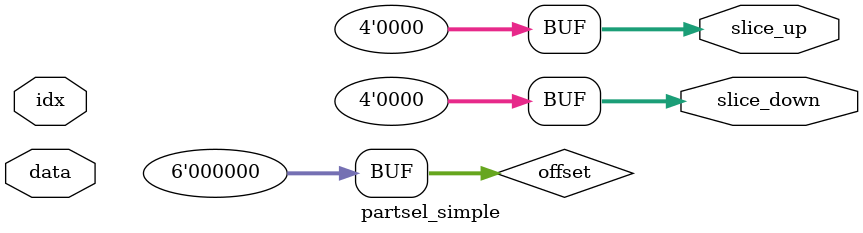
<source format=v>
/* Generated by Yosys 0.56+171 (git sha1 6fdcdd41d, g++ 11.4.0-1ubuntu1~22.04.2 -Og -fPIC) */

(* top =  1  *)
(* src = "dut.sv:1.1-5.10" *)
module partsel_simple(idx, data, slice_up, slice_down);
  (* src = "dut.sv:1.35-1.38" *)
  input [2:0] idx;
  wire [2:0] idx;
  (* src = "dut.sv:1.53-1.57" *)
  input [31:0] data;
  wire [31:0] data;
  (* src = "dut.sv:1.72-1.80" *)
  output [3:0] slice_up;
  wire [3:0] slice_up;
  (* src = "dut.sv:1.82-1.92" *)
  output [3:0] slice_down;
  wire [3:0] slice_down;
  (* src = "dut.sv:2.12-2.18" *)
  wire [5:0] offset;
  assign offset = 6'h00;
  assign slice_down = 4'h0;
  assign slice_up = 4'h0;
endmodule

</source>
